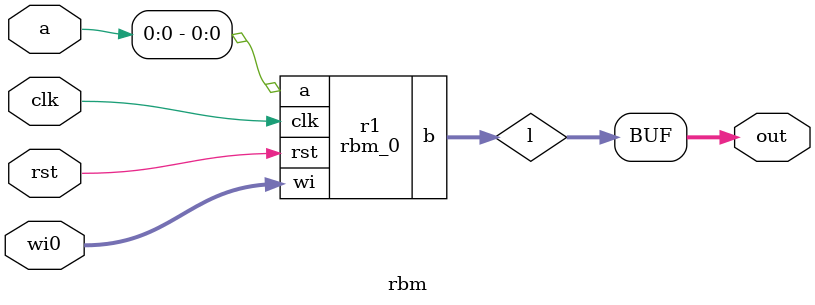
<source format=v>
`timescale 1ns / 1ps
`timescale 1ns / 1ps
//////////////////////////////////////////////////////////////////////////////////
// Company: 
// Engineer: 
// 
// Create Date: 06/25/2019 04:52:41 PM
// Design Name: 
// Module Name: abc
// Project Name: 
// Target Devices: 
// Tool Versions: 
// Description: 
// 
// Dependencies: 
// 
// Revision:
// Revision 0.01 - File Created
// Additional Comments:
// 
//////////////////////////////////////////////////////////////////////////////////

module rbm_0(
input a,
input [3:0]wi,
input clk,
input rst,
output reg [3:0]b
);
reg [3:0]w1;
reg [3:0]w2;
reg [3:0]w3;
reg [3:0]w4;
reg[3:0]w5;
reg [3:0]w6;
reg [3:0]w7;
reg [3:0]w8;
reg [3:0]w9;
reg [3:0]p;
reg [3:0]q;
reg [3:0]r;
always@(posedge clk)
begin
if(rst)
begin
 q<=4'b0000;
 p<=4'b0000;
 w9<=wi;
 end
 else
 begin
 w9<=4'b0000;
 end
 r<=w9;
 w1<=r;
 w2<=(w1*a);
 w3=w2+q;
 q=w3;
 
 /*if(w3<=-2)
 begin
 w4<=0;
 w5<=0;
 end
 */
 if(w3>4'b0010)
 begin
 w4<=1;
 w5<=1;
 end
 else
 begin
 w4=w3>>>2;
 if(w4>0)
 begin
 w5<=1;
 end
 else
 w5<=0;
 end
 w6=(w4*w5);
 w7=w6+p;
 p=w7;
w8=p; 
b<=w8;
 end
endmodule

module rbm(
input [3:0]a,
input [3:0]wi0,
/*input [3:0]wi1,
input [3:0]wi2,
input [3:0]wi3,
*/
input clk,
input rst, 
output reg [3:0]out
/*output [3:0]out1,
output [3:0]out2,
output [3:0]out3
*/
);
wire [3:0]l;
rbm_0 r1(a[0],wi0,clk,rst,l);
always@(*)
begin
out=l;
end




endmodule

</source>
